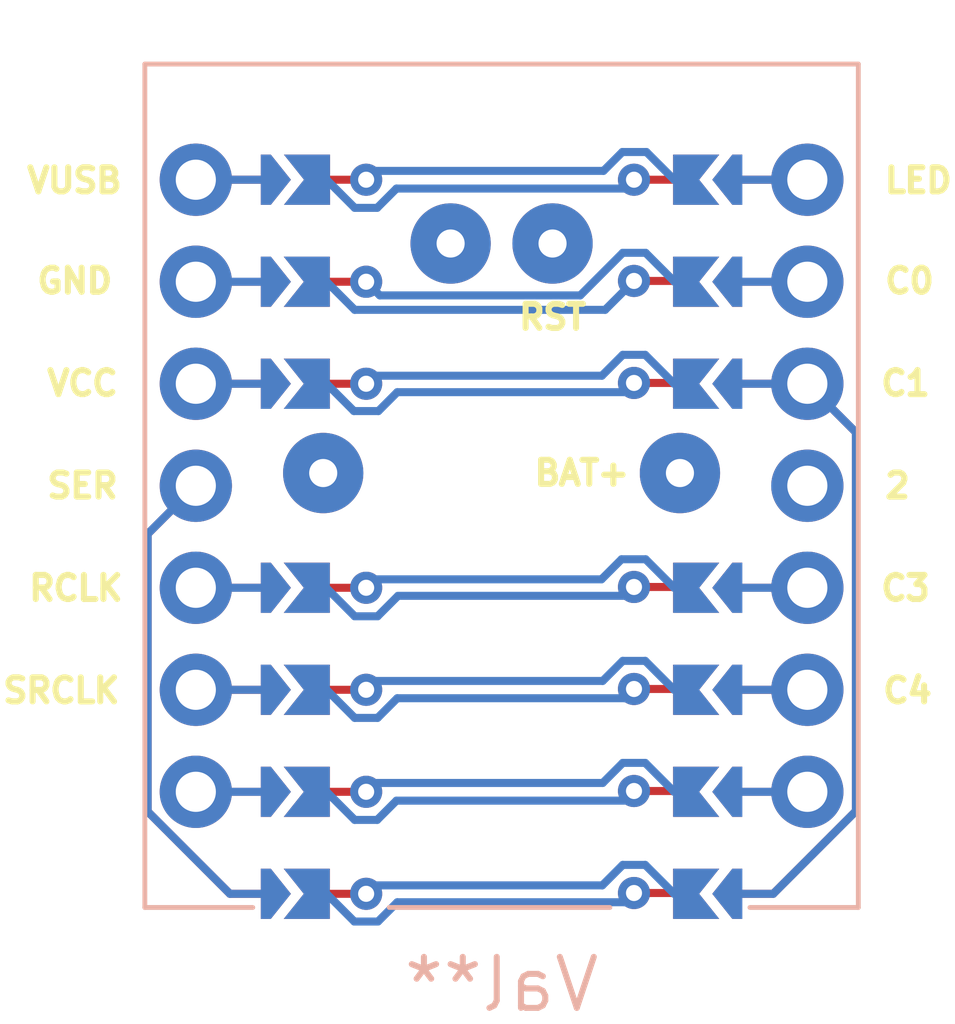
<source format=kicad_pcb>
(kicad_pcb (version 20241229) (generator "pcbnew") (generator_version "9.0")
  (layers (0 "F.Cu" signal) (2 "B.Cu" signal) (13 "F.Paste" user) (15 "B.Paste" user) (5 "F.SilkS" user "F.Silkscreen") (7 "B.SilkS" user "B.Silkscreen") (1 "F.Mask" user) (3 "B.Mask" user) (25 "Edge.Cuts" user))
  (net 0 "")
  (footprint "seeed-nrf52840:seeed-XIAO-nRF52840" (layer "B.Cu") (at 101.5 81.5 180)
    (property "Reference" "MCU1" (hide yes))
    (property "Value" "Val**" (at 0 -12.42 0) (layer "B.SilkS") (effects (font (size 1.27 1.27)) (justify mirror)))
    (fp_line (start 8.89 10.5) (end 8.89 -10.5) (stroke (width 0.12)) (layer "B.SilkS"))
    (fp_line (start 8.89 -10.5) (end 6.2 -10.5) (stroke (width 0.12)) (layer "B.SilkS"))
    (fp_line (start 2.8 -10.5) (end -2.7 -10.5) (stroke (width 0.12)) (layer "B.SilkS"))
    (fp_line (start -6.19 -10.5) (end -8.89 -10.5) (stroke (width 0.12)) (layer "B.SilkS"))
    (fp_line (start -8.89 10.5) (end 8.89 10.5) (stroke (width 0.12)) (layer "B.SilkS"))
    (fp_line (start -8.89 -10.5) (end -8.89 10.5) (stroke (width 0.12)) (layer "B.SilkS"))
    (fp_text user "C0" (at -10.85 5.1 0) (layer "F.SilkS") (effects (font (size 0.6 0.6)) (justify right)))
    (fp_text user "C3" (at -10.75 -2.55 0) (layer "F.SilkS") (effects (font (size 0.6 0.6)) (justify right)))
    (fp_text user "C1" (at -10.75 2.55 0) (layer "F.SilkS") (effects (font (size 0.6 0.6)) (justify right)))
    (fp_text user "BAT+" (at -2 0.317 0) (layer "F.SilkS") (effects (font (size 0.6 0.6))))
    (fp_text user "LED" (at -11.3 7.6 0) (layer "F.SilkS") (effects (font (size 0.6 0.6)) (justify right)))
    (fp_text user "VUSB" (at 11.9 7.6 0) (layer "F.SilkS") (effects (font (size 0.6 0.6)) (justify left)))
    (fp_text user "C4" (at -10.8 -5.1 0) (layer "F.SilkS") (effects (font (size 0.6 0.6)) (justify right)))
    (fp_text user "RCLK" (at 11.85 -2.55 0) (layer "F.SilkS") (effects (font (size 0.6 0.6)) (justify left)))
    (fp_text user "RST" (at -1.27 4.2 0) (layer "F.SilkS") (effects (font (size 0.6 0.6))))
    (fp_text user "VCC" (at 11.4 2.55 0) (layer "F.SilkS") (effects (font (size 0.6 0.6)) (justify left)))
    (fp_text user "SRCLK" (at 12.5 -5.1 0) (layer "F.SilkS") (effects (font (size 0.6 0.6)) (justify left)))
    (fp_text user "GND" (at 11.65 5.1 0) (layer "F.SilkS") (effects (font (size 0.6 0.6)) (justify left)))
    (fp_text user "SER" (at 11.4 0 0) (layer "F.SilkS") (effects (font (size 0.6 0.6)) (justify left)))
    (fp_text user "2" (at -10.25 0 0) (layer "F.SilkS") (effects (font (size 0.6 0.6)) (justify right)))
    (pad "1" thru_hole circle (at -7.62 7.62 180) (size 1.8 1.8) (drill 1) (layers "*.Cu" "*.Mask"))
    (pad "1" smd custom (at -4.775 -10.16 180) (size 0.2 0.2) (layers "F.Cu" "F.Mask") (options (clearance outline) (anchor rect)) (primitives (gr_poly (pts (xy -0.65 -0.625) (xy 0.5 -0.625) (xy 0.5 0.625) (xy -0.65 0.625) (xy -0.15 0)) (width 0) (fill yes))))
    (pad "1" smd custom (at -4.775 -7.62 180) (size 0.2 0.2) (layers "F.Cu" "F.Mask") (options (clearance outline) (anchor rect)) (primitives (gr_poly (pts (xy -0.65 -0.625) (xy 0.5 -0.625) (xy 0.5 0.625) (xy -0.65 0.625) (xy -0.15 0)) (width 0) (fill yes))))
    (pad "1" smd custom (at -4.775 -5.08 180) (size 0.2 0.2) (layers "F.Cu" "F.Mask") (options (clearance outline) (anchor rect)) (primitives (gr_poly (pts (xy -0.65 -0.625) (xy 0.5 -0.625) (xy 0.5 0.625) (xy -0.65 0.625) (xy -0.15 0)) (width 0) (fill yes))))
    (pad "1" smd custom (at -4.775 -2.54 180) (size 0.2 0.2) (layers "F.Cu" "F.Mask") (options (clearance outline) (anchor rect)) (primitives (gr_poly (pts (xy -0.65 -0.625) (xy 0.5 -0.625) (xy 0.5 0.625) (xy -0.65 0.625) (xy -0.15 0)) (width 0) (fill yes))))
    (pad "1" smd custom (at -4.775 2.54 180) (size 0.2 0.2) (layers "F.Cu" "F.Mask") (options (clearance outline) (anchor rect)) (primitives (gr_poly (pts (xy -0.65 -0.625) (xy 0.5 -0.625) (xy 0.5 0.625) (xy -0.65 0.625) (xy -0.15 0)) (width 0) (fill yes))))
    (pad "1" smd custom (at -4.775 5.08 180) (size 0.2 0.2) (layers "F.Cu" "F.Mask") (options (clearance outline) (anchor rect)) (primitives (gr_poly (pts (xy -0.65 -0.625) (xy 0.5 -0.625) (xy 0.5 0.625) (xy -0.65 0.625) (xy -0.15 0)) (width 0) (fill yes))))
    (pad "1" smd custom (at -4.775 7.62 180) (size 0.2 0.2) (layers "F.Cu" "F.Mask") (options (clearance outline) (anchor rect)) (primitives (gr_poly (pts (xy -0.65 -0.625) (xy 0.5 -0.625) (xy 0.5 0.625) (xy -0.65 0.625) (xy -0.15 0)) (width 0) (fill yes))))
    (pad "1" smd custom (at 4.775 7.62) (size 0.2 0.2) (layers "F.Cu" "F.Mask") (options (clearance outline) (anchor rect)) (primitives (gr_poly (pts (xy -0.65 -0.625) (xy 0.5 -0.625) (xy 0.5 0.625) (xy -0.65 0.625) (xy -0.15 0)) (width 0) (fill yes))))
    (pad "1" smd custom (at 4.78 -10.16) (size 0.2 0.2) (layers "F.Cu" "F.Mask") (options (clearance outline) (anchor rect)) (primitives (gr_poly (pts (xy -0.65 -0.625) (xy 0.5 -0.625) (xy 0.5 0.625) (xy -0.65 0.625) (xy -0.15 0)) (width 0) (fill yes))))
    (pad "1" smd custom (at 4.78 -7.62) (size 0.2 0.2) (layers "F.Cu" "F.Mask") (options (clearance outline) (anchor rect)) (primitives (gr_poly (pts (xy -0.65 -0.625) (xy 0.5 -0.625) (xy 0.5 0.625) (xy -0.65 0.625) (xy -0.15 0)) (width 0) (fill yes))))
    (pad "1" smd custom (at 4.78 -5.08) (size 0.2 0.2) (layers "F.Cu" "F.Mask") (options (clearance outline) (anchor rect)) (primitives (gr_poly (pts (xy -0.65 -0.625) (xy 0.5 -0.625) (xy 0.5 0.625) (xy -0.65 0.625) (xy -0.15 0)) (width 0) (fill yes))))
    (pad "1" smd custom (at 4.78 -2.54) (size 0.2 0.2) (layers "F.Cu" "F.Mask") (options (clearance outline) (anchor rect)) (primitives (gr_poly (pts (xy -0.65 -0.625) (xy 0.5 -0.625) (xy 0.5 0.625) (xy -0.65 0.625) (xy -0.15 0)) (width 0) (fill yes))))
    (pad "1" smd custom (at 4.78 2.54) (size 0.2 0.2) (layers "F.Cu" "F.Mask") (options (clearance outline) (anchor rect)) (primitives (gr_poly (pts (xy -0.65 -0.625) (xy 0.5 -0.625) (xy 0.5 0.625) (xy -0.65 0.625) (xy -0.15 0)) (width 0) (fill yes))))
    (pad "1" smd custom (at 4.78 5.08) (size 0.2 0.2) (layers "F.Cu" "F.Mask") (options (clearance outline) (anchor rect)) (primitives (gr_poly (pts (xy -0.65 -0.625) (xy 0.5 -0.625) (xy 0.5 0.625) (xy -0.65 0.625) (xy -0.15 0)) (width 0) (fill yes))))
    (pad "2" thru_hole circle (at -7.62 5.08 180) (size 1.8 1.8) (drill 1) (layers "*.Cu" "*.Mask"))
    (pad "3" thru_hole circle (at -7.62 2.54 180) (size 1.8 1.8) (drill 1) (layers "*.Cu" "*.Mask"))
    (pad "4" thru_hole circle (at -7.62 0 180) (size 1.8 1.8) (drill 1) (layers "*.Cu" "*.Mask"))
    (pad "5" thru_hole circle (at -7.62 -2.54 180) (size 1.8 1.8) (drill 1) (layers "*.Cu" "*.Mask"))
    (pad "6" thru_hole circle (at -7.62 -5.08 180) (size 1.8 1.8) (drill 1) (layers "*.Cu" "*.Mask"))
    (pad "7" thru_hole circle (at -7.62 -7.62 180) (size 1.8 1.8) (drill 1) (layers "*.Cu" "*.Mask"))
    (pad "8" thru_hole circle (at 7.62 -7.62) (size 1.8 1.8) (drill 1) (layers "*.Cu" "*.Mask"))
    (pad "9" thru_hole circle (at 7.62 -5.08) (size 1.8 1.8) (drill 1) (layers "*.Cu" "*.Mask"))
    (pad "10" thru_hole circle (at 7.62 -2.54) (size 1.8 1.8) (drill 1) (layers "*.Cu" "*.Mask"))
    (pad "11" thru_hole circle (at 7.62 0) (size 1.8 1.8) (drill 1) (layers "*.Cu" "*.Mask"))
    (pad "12" thru_hole circle (at 7.62 2.54) (size 1.8 1.8) (drill 1) (layers "*.Cu" "*.Mask"))
    (pad "13" thru_hole circle (at 7.62 5.08) (size 1.8 1.8) (drill 1) (layers "*.Cu" "*.Mask"))
    (pad "14" thru_hole circle (at 7.62 7.62) (size 1.8 1.8) (drill 1) (layers "*.Cu" "*.Mask"))
    (pad "17" thru_hole circle (at -1.27 6.032 90) (size 2 2) (drill 0.7) (layers "*.Cu" "*.Mask"))
    (pad "17" thru_hole circle (at 1.27 6.032 90) (size 2 2) (drill 0.7) (layers "*.Cu" "*.Mask"))
    (pad "19" thru_hole circle (at -4.445 0.317) (size 2 2) (drill 0.7) (layers "*.Cu" "*.Mask"))
    (pad "19" thru_hole circle (at 4.445 0.317) (size 2 2) (drill 0.7) (layers "*.Cu" "*.Mask"))
    (pad "20" thru_hole circle (at -3.3 -10.14) (size 0.8 0.8) (drill 0.4) (layers "*.Cu" "*.Mask"))
    (pad "20" thru_hole circle (at -3.3 -7.6) (size 0.8 0.8) (drill 0.4) (layers "*.Cu" "*.Mask"))
    (pad "20" thru_hole circle (at -3.3 -5.06) (size 0.8 0.8) (drill 0.4) (layers "*.Cu" "*.Mask"))
    (pad "20" thru_hole circle (at -3.3 -2.52) (size 0.8 0.8) (drill 0.4) (layers "*.Cu" "*.Mask"))
    (pad "20" thru_hole circle (at -3.3 2.56) (size 0.8 0.8) (drill 0.4) (layers "*.Cu" "*.Mask"))
    (pad "20" thru_hole circle (at -3.3 5.1) (size 0.8 0.8) (drill 0.4) (layers "*.Cu" "*.Mask"))
    (pad "20" thru_hole circle (at -3.3 7.62) (size 0.8 0.8) (drill 0.4) (layers "*.Cu" "*.Mask"))
    (pad "20" thru_hole circle (at 3.375 -10.16 180) (size 0.8 0.8) (drill 0.4) (layers "*.Cu" "*.Mask"))
    (pad "20" thru_hole circle (at 3.375 -7.62 180) (size 0.8 0.8) (drill 0.4) (layers "*.Cu" "*.Mask"))
    (pad "20" thru_hole circle (at 3.375 -5.08 180) (size 0.8 0.8) (drill 0.4) (layers "*.Cu" "*.Mask"))
    (pad "20" thru_hole circle (at 3.375 -2.54 180) (size 0.8 0.8) (drill 0.4) (layers "*.Cu" "*.Mask"))
    (pad "20" thru_hole circle (at 3.375 2.54 180) (size 0.8 0.8) (drill 0.4) (layers "*.Cu" "*.Mask"))
    (pad "20" thru_hole circle (at 3.375 5.08 180) (size 0.8 0.8) (drill 0.4) (layers "*.Cu" "*.Mask"))
    (pad "20" thru_hole circle (at 3.375 7.62 180) (size 0.8 0.8) (drill 0.4) (layers "*.Cu" "*.Mask"))
    (pad "24" smd custom (at -5.5 -10.16 180) (size 0.2 0.2) (layers "F.Cu" "F.Mask") (options (clearance outline) (anchor rect)) (primitives (gr_poly (pts (xy -0.5 -0.625) (xy -0.25 -0.625) (xy 0.25 0) (xy -0.25 0.625) (xy -0.5 0.625)) (width 0) (fill yes))))
    (pad "24" smd custom (at -5.5 -10.16 180) (size 0.2 0.2) (layers "B.Cu" "B.Mask") (options (clearance outline) (anchor rect)) (primitives (gr_poly (pts (xy -0.5 0.625) (xy -0.25 0.625) (xy 0.25 0) (xy -0.25 -0.625) (xy -0.5 -0.625)) (width 0) (fill yes))))
    (pad "24" smd custom (at -5.5 -7.62 180) (size 0.2 0.2) (layers "F.Cu" "F.Mask") (options (clearance outline) (anchor rect)) (primitives (gr_poly (pts (xy -0.5 -0.625) (xy -0.25 -0.625) (xy 0.25 0) (xy -0.25 0.625) (xy -0.5 0.625)) (width 0) (fill yes))))
    (pad "24" smd custom (at -5.5 -7.62 180) (size 0.2 0.2) (layers "B.Cu" "B.Mask") (options (clearance outline) (anchor rect)) (primitives (gr_poly (pts (xy -0.5 0.625) (xy -0.25 0.625) (xy 0.25 0) (xy -0.25 -0.625) (xy -0.5 -0.625)) (width 0) (fill yes))))
    (pad "24" smd custom (at -5.5 -5.08 180) (size 0.2 0.2) (layers "F.Cu" "F.Mask") (options (clearance outline) (anchor rect)) (primitives (gr_poly (pts (xy -0.5 -0.625) (xy -0.25 -0.625) (xy 0.25 0) (xy -0.25 0.625) (xy -0.5 0.625)) (width 0) (fill yes))))
    (pad "24" smd custom (at -5.5 -5.08 180) (size 0.2 0.2) (layers "B.Cu" "B.Mask") (options (clearance outline) (anchor rect)) (primitives (gr_poly (pts (xy -0.5 0.625) (xy -0.25 0.625) (xy 0.25 0) (xy -0.25 -0.625) (xy -0.5 -0.625)) (width 0) (fill yes))))
    (pad "24" smd custom (at -5.5 -2.54 180) (size 0.2 0.2) (layers "F.Cu" "F.Mask") (options (clearance outline) (anchor rect)) (primitives (gr_poly (pts (xy -0.5 -0.625) (xy -0.25 -0.625) (xy 0.25 0) (xy -0.25 0.625) (xy -0.5 0.625)) (width 0) (fill yes))))
    (pad "24" smd custom (at -5.5 -2.54 180) (size 0.2 0.2) (layers "B.Cu" "B.Mask") (options (clearance outline) (anchor rect)) (primitives (gr_poly (pts (xy -0.5 0.625) (xy -0.25 0.625) (xy 0.25 0) (xy -0.25 -0.625) (xy -0.5 -0.625)) (width 0) (fill yes))))
    (pad "24" smd custom (at -5.5 2.54 180) (size 0.2 0.2) (layers "F.Cu" "F.Mask") (options (clearance outline) (anchor rect)) (primitives (gr_poly (pts (xy -0.5 -0.625) (xy -0.25 -0.625) (xy 0.25 0) (xy -0.25 0.625) (xy -0.5 0.625)) (width 0) (fill yes))))
    (pad "24" smd custom (at -5.5 2.54 180) (size 0.2 0.2) (layers "B.Cu" "B.Mask") (options (clearance outline) (anchor rect)) (primitives (gr_poly (pts (xy -0.5 0.625) (xy -0.25 0.625) (xy 0.25 0) (xy -0.25 -0.625) (xy -0.5 -0.625)) (width 0) (fill yes))))
    (pad "24" smd custom (at -5.5 5.08 180) (size 0.2 0.2) (layers "F.Cu" "F.Mask") (options (clearance outline) (anchor rect)) (primitives (gr_poly (pts (xy -0.5 -0.625) (xy -0.25 -0.625) (xy 0.25 0) (xy -0.25 0.625) (xy -0.5 0.625)) (width 0) (fill yes))))
    (pad "24" smd custom (at -5.5 5.08 180) (size 0.2 0.2) (layers "B.Cu" "B.Mask") (options (clearance outline) (anchor rect)) (primitives (gr_poly (pts (xy -0.5 0.625) (xy -0.25 0.625) (xy 0.25 0) (xy -0.25 -0.625) (xy -0.5 -0.625)) (width 0) (fill yes))))
    (pad "24" smd custom (at -5.5 7.62 180) (size 0.2 0.2) (layers "F.Cu" "F.Mask") (options (clearance outline) (anchor rect)) (primitives (gr_poly (pts (xy -0.5 -0.625) (xy -0.25 -0.625) (xy 0.25 0) (xy -0.25 0.625) (xy -0.5 0.625)) (width 0) (fill yes))))
    (pad "24" smd custom (at -5.5 7.62 180) (size 0.2 0.2) (layers "B.Cu" "B.Mask") (options (clearance outline) (anchor rect)) (primitives (gr_poly (pts (xy -0.5 0.625) (xy -0.25 0.625) (xy 0.25 0) (xy -0.25 -0.625) (xy -0.5 -0.625)) (width 0) (fill yes))))
    (pad "24" smd custom (at 5.5 -10.16) (size 0.2 0.2) (layers "F.Cu" "F.Mask") (options (clearance outline) (anchor rect)) (primitives (gr_poly (pts (xy -0.5 -0.625) (xy -0.25 -0.625) (xy 0.25 0) (xy -0.25 0.625) (xy -0.5 0.625)) (width 0) (fill yes))))
    (pad "24" smd custom (at 5.5 -10.16) (size 0.2 0.2) (layers "B.Cu" "B.Mask") (options (clearance outline) (anchor rect)) (primitives (gr_poly (pts (xy -0.5 0.625) (xy -0.25 0.625) (xy 0.25 0) (xy -0.25 -0.625) (xy -0.5 -0.625)) (width 0) (fill yes))))
    (pad "24" smd custom (at 5.5 -7.62) (size 0.2 0.2) (layers "F.Cu" "F.Mask") (options (clearance outline) (anchor rect)) (primitives (gr_poly (pts (xy -0.5 -0.625) (xy -0.25 -0.625) (xy 0.25 0) (xy -0.25 0.625) (xy -0.5 0.625)) (width 0) (fill yes))))
    (pad "24" smd custom (at 5.5 -7.62) (size 0.2 0.2) (layers "B.Cu" "B.Mask") (options (clearance outline) (anchor rect)) (primitives (gr_poly (pts (xy -0.5 0.625) (xy -0.25 0.625) (xy 0.25 0) (xy -0.25 -0.625) (xy -0.5 -0.625)) (width 0) (fill yes))))
    (pad "24" smd custom (at 5.5 -5.08) (size 0.2 0.2) (layers "F.Cu" "F.Mask") (options (clearance outline) (anchor rect)) (primitives (gr_poly (pts (xy -0.5 -0.625) (xy -0.25 -0.625) (xy 0.25 0) (xy -0.25 0.625) (xy -0.5 0.625)) (width 0) (fill yes))))
    (pad "24" smd custom (at 5.5 -5.08) (size 0.2 0.2) (layers "B.Cu" "B.Mask") (options (clearance outline) (anchor rect)) (primitives (gr_poly (pts (xy -0.5 0.625) (xy -0.25 0.625) (xy 0.25 0) (xy -0.25 -0.625) (xy -0.5 -0.625)) (width 0) (fill yes))))
    (pad "24" smd custom (at 5.5 -2.54) (size 0.2 0.2) (layers "F.Cu" "F.Mask") (options (clearance outline) (anchor rect)) (primitives (gr_poly (pts (xy -0.5 -0.625) (xy -0.25 -0.625) (xy 0.25 0) (xy -0.25 0.625) (xy -0.5 0.625)) (width 0) (fill yes))))
    (pad "24" smd custom (at 5.5 -2.54) (size 0.2 0.2) (layers "B.Cu" "B.Mask") (options (clearance outline) (anchor rect)) (primitives (gr_poly (pts (xy -0.5 0.625) (xy -0.25 0.625) (xy 0.25 0) (xy -0.25 -0.625) (xy -0.5 -0.625)) (width 0) (fill yes))))
    (pad "24" smd custom (at 5.5 2.54) (size 0.2 0.2) (layers "F.Cu" "F.Mask") (options (clearance outline) (anchor rect)) (primitives (gr_poly (pts (xy -0.5 -0.625) (xy -0.25 -0.625) (xy 0.25 0) (xy -0.25 0.625) (xy -0.5 0.625)) (width 0) (fill yes))))
    (pad "24" smd custom (at 5.5 2.54) (size 0.2 0.2) (layers "B.Cu" "B.Mask") (options (clearance outline) (anchor rect)) (primitives (gr_poly (pts (xy -0.5 0.625) (xy -0.25 0.625) (xy 0.25 0) (xy -0.25 -0.625) (xy -0.5 -0.625)) (width 0) (fill yes))))
    (pad "24" smd custom (at 5.5 5.08) (size 0.2 0.2) (layers "F.Cu" "F.Mask") (options (clearance outline) (anchor rect)) (primitives (gr_poly (pts (xy -0.5 -0.625) (xy -0.25 -0.625) (xy 0.25 0) (xy -0.25 0.625) (xy -0.5 0.625)) (width 0) (fill yes))))
    (pad "24" smd custom (at 5.5 5.08) (size 0.2 0.2) (layers "B.Cu" "B.Mask") (options (clearance outline) (anchor rect)) (primitives (gr_poly (pts (xy -0.5 0.625) (xy -0.25 0.625) (xy 0.25 0) (xy -0.25 -0.625) (xy -0.5 -0.625)) (width 0) (fill yes))))
    (pad "24" smd custom (at 5.5 7.62) (size 0.2 0.2) (layers "F.Cu" "F.Mask") (options (clearance outline) (anchor rect)) (primitives (gr_poly (pts (xy -0.5 -0.625) (xy -0.25 -0.625) (xy 0.25 0) (xy -0.25 0.625) (xy -0.5 0.625)) (width 0) (fill yes))))
    (pad "24" smd custom (at 5.5 7.62) (size 0.2 0.2) (layers "B.Cu" "B.Mask") (options (clearance outline) (anchor rect)) (primitives (gr_poly (pts (xy -0.5 0.625) (xy -0.25 0.625) (xy 0.25 0) (xy -0.25 -0.625) (xy -0.5 -0.625)) (width 0) (fill yes))))
    (pad "124" smd custom (at -4.775 -10.16 180) (size 0.2 0.2) (layers "B.Cu" "B.Mask") (options (clearance outline) (anchor rect)) (primitives (gr_poly (pts (xy -0.65 0.625) (xy 0.5 0.625) (xy 0.5 -0.625) (xy -0.65 -0.625) (xy -0.15 0)) (width 0) (fill yes))))
    (pad "124" smd custom (at -4.775 -7.62 180) (size 0.2 0.2) (layers "B.Cu" "B.Mask") (options (clearance outline) (anchor rect)) (primitives (gr_poly (pts (xy -0.65 0.625) (xy 0.5 0.625) (xy 0.5 -0.625) (xy -0.65 -0.625) (xy -0.15 0)) (width 0) (fill yes))))
    (pad "124" smd custom (at -4.775 -5.08 180) (size 0.2 0.2) (layers "B.Cu" "B.Mask") (options (clearance outline) (anchor rect)) (primitives (gr_poly (pts (xy -0.65 0.625) (xy 0.5 0.625) (xy 0.5 -0.625) (xy -0.65 -0.625) (xy -0.15 0)) (width 0) (fill yes))))
    (pad "124" smd custom (at -4.775 -2.54 180) (size 0.2 0.2) (layers "B.Cu" "B.Mask") (options (clearance outline) (anchor rect)) (primitives (gr_poly (pts (xy -0.65 0.625) (xy 0.5 0.625) (xy 0.5 -0.625) (xy -0.65 -0.625) (xy -0.15 0)) (width 0) (fill yes))))
    (pad "124" smd custom (at -4.775 2.54 180) (size 0.2 0.2) (layers "B.Cu" "B.Mask") (options (clearance outline) (anchor rect)) (primitives (gr_poly (pts (xy -0.65 0.625) (xy 0.5 0.625) (xy 0.5 -0.625) (xy -0.65 -0.625) (xy -0.15 0)) (width 0) (fill yes))))
    (pad "124" smd custom (at -4.775 5.08 180) (size 0.2 0.2) (layers "B.Cu" "B.Mask") (options (clearance outline) (anchor rect)) (primitives (gr_poly (pts (xy -0.65 0.625) (xy 0.5 0.625) (xy 0.5 -0.625) (xy -0.65 -0.625) (xy -0.15 0)) (width 0) (fill yes))))
    (pad "124" smd custom (at -4.775 7.62 180) (size 0.2 0.2) (layers "B.Cu" "B.Mask") (options (clearance outline) (anchor rect)) (primitives (gr_poly (pts (xy -0.65 0.625) (xy 0.5 0.625) (xy 0.5 -0.625) (xy -0.65 -0.625) (xy -0.15 0)) (width 0) (fill yes))))
    (pad "124" smd custom (at 4.775 7.62) (size 0.2 0.2) (layers "B.Cu" "B.Mask") (options (clearance outline) (anchor rect)) (primitives (gr_poly (pts (xy -0.65 0.625) (xy 0.5 0.625) (xy 0.5 -0.625) (xy -0.65 -0.625) (xy -0.15 0)) (width 0) (fill yes))))
    (pad "124" smd custom (at 4.78 -10.16) (size 0.2 0.2) (layers "B.Cu" "B.Mask") (options (clearance outline) (anchor rect)) (primitives (gr_poly (pts (xy -0.65 0.625) (xy 0.5 0.625) (xy 0.5 -0.625) (xy -0.65 -0.625) (xy -0.15 0)) (width 0) (fill yes))))
    (pad "124" smd custom (at 4.78 -7.62) (size 0.2 0.2) (layers "B.Cu" "B.Mask") (options (clearance outline) (anchor rect)) (primitives (gr_poly (pts (xy -0.65 0.625) (xy 0.5 0.625) (xy 0.5 -0.625) (xy -0.65 -0.625) (xy -0.15 0)) (width 0) (fill yes))))
    (pad "124" smd custom (at 4.78 -5.08) (size 0.2 0.2) (layers "B.Cu" "B.Mask") (options (clearance outline) (anchor rect)) (primitives (gr_poly (pts (xy -0.65 0.625) (xy 0.5 0.625) (xy 0.5 -0.625) (xy -0.65 -0.625) (xy -0.15 0)) (width 0) (fill yes))))
    (pad "124" smd custom (at 4.78 -2.54) (size 0.2 0.2) (layers "B.Cu" "B.Mask") (options (clearance outline) (anchor rect)) (primitives (gr_poly (pts (xy -0.65 0.625) (xy 0.5 0.625) (xy 0.5 -0.625) (xy -0.65 -0.625) (xy -0.15 0)) (width 0) (fill yes))))
    (pad "124" smd custom (at 4.78 2.54) (size 0.2 0.2) (layers "B.Cu" "B.Mask") (options (clearance outline) (anchor rect)) (primitives (gr_poly (pts (xy -0.65 0.625) (xy 0.5 0.625) (xy 0.5 -0.625) (xy -0.65 -0.625) (xy -0.15 0)) (width 0) (fill yes))))
    (pad "124" smd custom (at 4.78 5.08) (size 0.2 0.2) (layers "B.Cu" "B.Mask") (options (clearance outline) (anchor rect)) (primitives (gr_poly (pts (xy -0.65 0.625) (xy 0.5 0.625) (xy 0.5 -0.625) (xy -0.65 -0.625) (xy -0.15 0)) (width 0) (fill yes))))
  )
  (segment (start 104.8 89.1) (end 106.255 89.1) (width 0.2) (layer "F.Cu") (net 0))
  (segment (start 106.255 76.4) (end 106.275 76.42) (width 0.2) (layer "F.Cu") (net 0))
  (segment (start 107 84.04) (end 109.12 84.04) (width 0.2) (layer "F.Cu") (net 0))
  (segment (start 110.33 80.17) (end 109.12 78.96) (width 0.2) (layer "F.Cu") (net 0))
  (segment (start 96.72 86.58) (end 98.125 86.58) (width 0.2) (layer "F.Cu") (net 0))
  (segment (start 106.255 91.64) (end 106.275 91.66) (width 0.2) (layer "F.Cu") (net 0))
  (segment (start 96.72 91.66) (end 98.125 91.66) (width 0.2) (layer "F.Cu") (net 0))
  (segment (start 96.72 84.04) (end 98.125 84.04) (width 0.2) (layer "F.Cu") (net 0))
  (segment (start 104.8 84.02) (end 106.255 84.02) (width 0.2) (layer "F.Cu") (net 0))
  (segment (start 93.88 76.42) (end 96 76.42) (width 0.2) (layer "F.Cu") (net 0))
  (segment (start 96.725 73.88) (end 98.2 73.88) (width 0.2) (layer "F.Cu") (net 0))
  (segment (start 94.73 91.66) (end 92.68 89.61) (width 0.2) (layer "F.Cu") (net 0))
  (segment (start 107 89.12) (end 109.12 89.12) (width 0.2) (layer "F.Cu") (net 0))
  (segment (start 107 76.42) (end 109.12 76.42) (width 0.2) (layer "F.Cu") (net 0))
  (segment (start 107 78.96) (end 109.12 78.96) (width 0.2) (layer "F.Cu") (net 0))
  (segment (start 104.8 78.94) (end 106.255 78.94) (width 0.2) (layer "F.Cu") (net 0))
  (segment (start 106.255 86.56) (end 106.275 86.58) (width 0.2) (layer "F.Cu") (net 0))
  (segment (start 107 91.66) (end 108.27 91.66) (width 0.2) (layer "F.Cu") (net 0))
  (segment (start 93.88 73.88) (end 96 73.88) (width 0.2) (layer "F.Cu") (net 0))
  (segment (start 110.33 89.6) (end 110.33 80.17) (width 0.2) (layer "F.Cu") (net 0))
  (segment (start 98.125 76.42) (end 96.72 76.42) (width 0.2) (layer "F.Cu") (net 0))
  (segment (start 107 86.58) (end 109.12 86.58) (width 0.2) (layer "F.Cu") (net 0))
  (segment (start 98.125 78.96) (end 96.72 78.96) (width 0.2) (layer "F.Cu") (net 0))
  (segment (start 96 91.66) (end 94.73 91.66) (width 0.2) (layer "F.Cu") (net 0))
  (segment (start 92.68 89.61) (end 92.68 82.7) (width 0.2) (layer "F.Cu") (net 0))
  (segment (start 96 84.04) (end 93.88 84.04) (width 0.2) (layer "F.Cu") (net 0))
  (segment (start 93.88 78.96) (end 96 78.96) (width 0.2) (layer "F.Cu") (net 0))
  (segment (start 106.255 84.02) (end 106.275 84.04) (width 0.2) (layer "F.Cu") (net 0))
  (segment (start 96 89.12) (end 93.88 89.12) (width 0.2) (layer "F.Cu") (net 0))
  (segment (start 96.72 89.12) (end 98.125 89.12) (width 0.2) (layer "F.Cu") (net 0))
  (segment (start 104.8 76.4) (end 106.255 76.4) (width 0.2) (layer "F.Cu") (net 0))
  (segment (start 108.27 91.66) (end 110.33 89.6) (width 0.2) (layer "F.Cu") (net 0))
  (segment (start 106.255 78.94) (end 106.275 78.96) (width 0.2) (layer "F.Cu") (net 0))
  (segment (start 104.8 91.64) (end 106.255 91.64) (width 0.2) (layer "F.Cu") (net 0))
  (segment (start 104.8 86.56) (end 106.255 86.56) (width 0.2) (layer "F.Cu") (net 0))
  (segment (start 92.68 82.7) (end 93.88 81.5) (width 0.2) (layer "F.Cu") (net 0))
  (segment (start 96 86.58) (end 93.88 86.58) (width 0.2) (layer "F.Cu") (net 0))
  (segment (start 107 73.88) (end 109.12 73.88) (width 0.2) (layer "F.Cu") (net 0))
  (segment (start 106.255 89.1) (end 106.275 89.12) (width 0.2) (layer "F.Cu") (net 0))
  (segment (start 104.8 73.88) (end 106.275 73.88) (width 0.2) (layer "F.Cu") (net 0))
  (segment (start 97.14 76.42) (end 97.84 77.12) (width 0.2) (layer "B.Cu") (net 0))
  (segment (start 104.52 78.24) (end 105.08 78.24) (width 0.2) (layer "B.Cu") (net 0))
  (segment (start 98.345 88.9) (end 104.02 88.9) (width 0.2) (layer "B.Cu") (net 0))
  (segment (start 98.88 89.34) (end 104.56 89.34) (width 0.2) (layer "B.Cu") (net 0))
  (segment (start 104.01 91.45) (end 104.52 90.94) (width 0.2) (layer "B.Cu") (net 0))
  (segment (start 98.125 91.66) (end 98.335 91.45) (width 0.2) (layer "B.Cu") (net 0))
  (segment (start 104.02 88.9) (end 104.52 88.4) (width 0.2) (layer "B.Cu") (net 0))
  (segment (start 96.72 91.66) (end 97.14 91.66) (width 0.2) (layer "B.Cu") (net 0))
  (segment (start 97.14 73.88) (end 97.84 74.58) (width 0.2) (layer "B.Cu") (net 0))
  (segment (start 96.72 89.12) (end 97.14 89.12) (width 0.2) (layer "B.Cu") (net 0))
  (segment (start 105.08 78.24) (end 105.8 78.96) (width 0.2) (layer "B.Cu") (net 0))
  (segment (start 104.52 75.7) (end 105.09 75.7) (width 0.2) (layer "B.Cu") (net 0))
  (segment (start 98.88 74.1) (end 104.58 74.1) (width 0.2) (layer "B.Cu") (net 0))
  (segment (start 105.8 86.58) (end 106.275 86.58) (width 0.2) (layer "B.Cu") (net 0))
  (segment (start 104.56 89.34) (end 104.8 89.1) (width 0.2) (layer "B.Cu") (net 0))
  (segment (start 93.88 86.58) (end 96 86.58) (width 0.2) (layer "B.Cu") (net 0))
  (segment (start 98.41 87.28) (end 98.9 86.79) (width 0.2) (layer "B.Cu") (net 0))
  (segment (start 98.4 89.82) (end 98.88 89.34) (width 0.2) (layer "B.Cu") (net 0))
  (segment (start 105.81 76.42) (end 106.275 76.42) (width 0.2) (layer "B.Cu") (net 0))
  (segment (start 97.82 79.64) (end 97.14 78.96) (width 0.2) (layer "B.Cu") (net 0))
  (segment (start 105.8 84.04) (end 106.275 84.04) (width 0.2) (layer "B.Cu") (net 0))
  (segment (start 96.72 84.04) (end 97.13 84.04) (width 0.2) (layer "B.Cu") (net 0))
  (segment (start 97.13 84.04) (end 97.84 84.75) (width 0.2) (layer "B.Cu") (net 0))
  (segment (start 107 78.96) (end 109.12 78.96) (width 0.2) (layer "B.Cu") (net 0))
  (segment (start 97.14 86.58) (end 97.84 87.28) (width 0.2) (layer "B.Cu") (net 0))
  (segment (start 97.14 89.12) (end 97.84 89.82) (width 0.2) (layer "B.Cu") (net 0))
  (segment (start 98.43 79.64) (end 97.82 79.64) (width 0.2) (layer "B.Cu") (net 0))
  (segment (start 107 91.66) (end 108.27 91.66) (width 0.2) (layer "B.Cu") (net 0))
  (segment (start 98.335 91.45) (end 104.01 91.45) (width 0.2) (layer "B.Cu") (net 0))
  (segment (start 97.84 84.75) (end 98.41 84.75) (width 0.2) (layer "B.Cu") (net 0))
  (segment (start 105.08 85.86) (end 105.8 86.58) (width 0.2) (layer "B.Cu") (net 0))
  (segment (start 106.275 73.88) (end 105.8 73.88) (width 0.2) (layer "B.Cu") (net 0))
  (segment (start 93.88 73.88) (end 96 73.88) (width 0.2) (layer "B.Cu") (net 0))
  (segment (start 110.33 89.6) (end 110.33 80.17) (width 0.2) (layer "B.Cu") (net 0))
  (segment (start 105.08 88.4) (end 105.8 89.12) (width 0.2) (layer "B.Cu") (net 0))
  (segment (start 97.14 78.96) (end 96.72 78.96) (width 0.2) (layer "B.Cu") (net 0))
  (segment (start 105.8 89.12) (end 106.275 89.12) (width 0.2) (layer "B.Cu") (net 0))
  (segment (start 97.83 92.35) (end 98.42 92.35) (width 0.2) (layer "B.Cu") (net 0))
  (segment (start 104.08 77.12) (end 104.8 76.4) (width 0.2) (layer "B.Cu") (net 0))
  (segment (start 104 78.76) (end 104.52 78.24) (width 0.2) (layer "B.Cu") (net 0))
  (segment (start 96.725 73.88) (end 97.14 73.88) (width 0.2) (layer "B.Cu") (net 0))
  (segment (start 107 89.12) (end 109.12 89.12) (width 0.2) (layer "B.Cu") (net 0))
  (segment (start 98.9 79.17) (end 98.43 79.64) (width 0.2) (layer "B.Cu") (net 0))
  (segment (start 98.125 84.04) (end 98.335 83.83) (width 0.2) (layer "B.Cu") (net 0))
  (segment (start 104.57 91.87) (end 104.8 91.64) (width 0.2) (layer "B.Cu") (net 0))
  (segment (start 104.52 90.94) (end 105.08 90.94) (width 0.2) (layer "B.Cu") (net 0))
  (segment (start 107 76.42) (end 109.12 76.42) (width 0.2) (layer "B.Cu") (net 0))
  (segment (start 104.49 83.33) (end 105.09 83.33) (width 0.2) (layer "B.Cu") (net 0))
  (segment (start 104.51 73.19) (end 104.04 73.66) (width 0.2) (layer "B.Cu") (net 0))
  (segment (start 98.125 86.58) (end 98.345 86.36) (width 0.2) (layer "B.Cu") (net 0))
  (segment (start 98.345 86.36) (end 104.02 86.36) (width 0.2) (layer "B.Cu") (net 0))
  (segment (start 105.09 83.33) (end 105.8 84.04) (width 0.2) (layer "B.Cu") (net 0))
  (segment (start 107 73.88) (end 109.12 73.88) (width 0.2) (layer "B.Cu") (net 0))
  (segment (start 104.02 86.36) (end 104.52 85.86) (width 0.2) (layer "B.Cu") (net 0))
  (segment (start 98.125 76.42) (end 98.465 76.76) (width 0.2) (layer "B.Cu") (net 0))
  (segment (start 107 84.04) (end 109.12 84.04) (width 0.2) (layer "B.Cu") (net 0))
  (segment (start 98.125 89.12) (end 98.345 88.9) (width 0.2) (layer "B.Cu") (net 0))
  (segment (start 94.73 91.66) (end 92.68 89.61) (width 0.2) (layer "B.Cu") (net 0))
  (segment (start 105.09 75.7) (end 105.81 76.42) (width 0.2) (layer "B.Cu") (net 0))
  (segment (start 98.9 86.79) (end 104.57 86.79) (width 0.2) (layer "B.Cu") (net 0))
  (segment (start 98.92 84.24) (end 104.58 84.24) (width 0.2) (layer "B.Cu") (net 0))
  (segment (start 104.58 84.24) (end 104.8 84.02) (width 0.2) (layer "B.Cu") (net 0))
  (segment (start 93.88 76.42) (end 96 76.42) (width 0.2) (layer "B.Cu") (net 0))
  (segment (start 98.345 73.66) (end 98.125 73.88) (width 0.2) (layer "B.Cu") (net 0))
  (segment (start 105.11 73.19) (end 104.51 73.19) (width 0.2) (layer "B.Cu") (net 0))
  (segment (start 96.72 76.42) (end 97.14 76.42) (width 0.2) (layer "B.Cu") (net 0))
  (segment (start 97.84 77.12) (end 104.08 77.12) (width 0.2) (layer "B.Cu") (net 0))
  (segment (start 104.52 88.4) (end 105.08 88.4) (width 0.2) (layer "B.Cu") (net 0))
  (segment (start 97.14 91.66) (end 97.83 92.35) (width 0.2) (layer "B.Cu") (net 0))
  (segment (start 98.42 92.35) (end 98.9 91.87) (width 0.2) (layer "B.Cu") (net 0))
  (segment (start 105.8 91.66) (end 106.275 91.66) (width 0.2) (layer "B.Cu") (net 0))
  (segment (start 103.46 76.76) (end 104.52 75.7) (width 0.2) (layer "B.Cu") (net 0))
  (segment (start 98.125 78.96) (end 98.325 78.76) (width 0.2) (layer "B.Cu") (net 0))
  (segment (start 98.4 74.58) (end 98.88 74.1) (width 0.2) (layer "B.Cu") (net 0))
  (segment (start 110.33 80.17) (end 109.12 78.96) (width 0.2) (layer "B.Cu") (net 0))
  (segment (start 98.325 78.76) (end 104 78.76) (width 0.2) (layer "B.Cu") (net 0))
  (segment (start 105.08 90.94) (end 105.8 91.66) (width 0.2) (layer "B.Cu") (net 0))
  (segment (start 104.52 85.86) (end 105.08 85.86) (width 0.2) (layer "B.Cu") (net 0))
  (segment (start 93.88 84.04) (end 96 84.04) (width 0.2) (layer "B.Cu") (net 0))
  (segment (start 98.9 91.87) (end 104.57 91.87) (width 0.2) (layer "B.Cu") (net 0))
  (segment (start 97.84 89.82) (end 98.4 89.82) (width 0.2) (layer "B.Cu") (net 0))
  (segment (start 96 91.66) (end 94.73 91.66) (width 0.2) (layer "B.Cu") (net 0))
  (segment (start 104.57 86.79) (end 104.8 86.56) (width 0.2) (layer "B.Cu") (net 0))
  (segment (start 104.04 73.66) (end 98.345 73.66) (width 0.2) (layer "B.Cu") (net 0))
  (segment (start 108.27 91.66) (end 110.33 89.6) (width 0.2) (layer "B.Cu") (net 0))
  (segment (start 98.465 76.76) (end 103.46 76.76) (width 0.2) (layer "B.Cu") (net 0))
  (segment (start 105.8 78.96) (end 106.275 78.96) (width 0.2) (layer "B.Cu") (net 0))
  (segment (start 93.88 78.96) (end 96 78.96) (width 0.2) (layer "B.Cu") (net 0))
  (segment (start 104.57 79.17) (end 98.9 79.17) (width 0.2) (layer "B.Cu") (net 0))
  (segment (start 96.72 86.58) (end 97.14 86.58) (width 0.2) (layer "B.Cu") (net 0))
  (segment (start 105.8 73.88) (end 105.11 73.19) (width 0.2) (layer "B.Cu") (net 0))
  (segment (start 92.68 82.7) (end 93.88 81.5) (width 0.2) (layer "B.Cu") (net 0))
  (segment (start 98.41 84.75) (end 98.92 84.24) (width 0.2) (layer "B.Cu") (net 0))
  (segment (start 93.88 89.12) (end 96 89.12) (width 0.2) (layer "B.Cu") (net 0))
  (segment (start 107 86.58) (end 109.12 86.58) (width 0.2) (layer "B.Cu") (net 0))
  (segment (start 104.8 78.94) (end 104.57 79.17) (width 0.2) (layer "B.Cu") (net 0))
  (segment (start 98.335 83.83) (end 103.99 83.83) (width 0.2) (layer "B.Cu") (net 0))
  (segment (start 97.84 74.58) (end 98.4 74.58) (width 0.2) (layer "B.Cu") (net 0))
  (segment (start 104.58 74.1) (end 104.8 73.88) (width 0.2) (layer "B.Cu") (net 0))
  (segment (start 103.99 83.83) (end 104.49 83.33) (width 0.2) (layer "B.Cu") (net 0))
  (segment (start 97.84 87.28) (end 98.41 87.28) (width 0.2) (layer "B.Cu") (net 0))
  (segment (start 92.68 89.61) (end 92.68 82.7) (width 0.2) (layer "B.Cu") (net 0))
)
</source>
